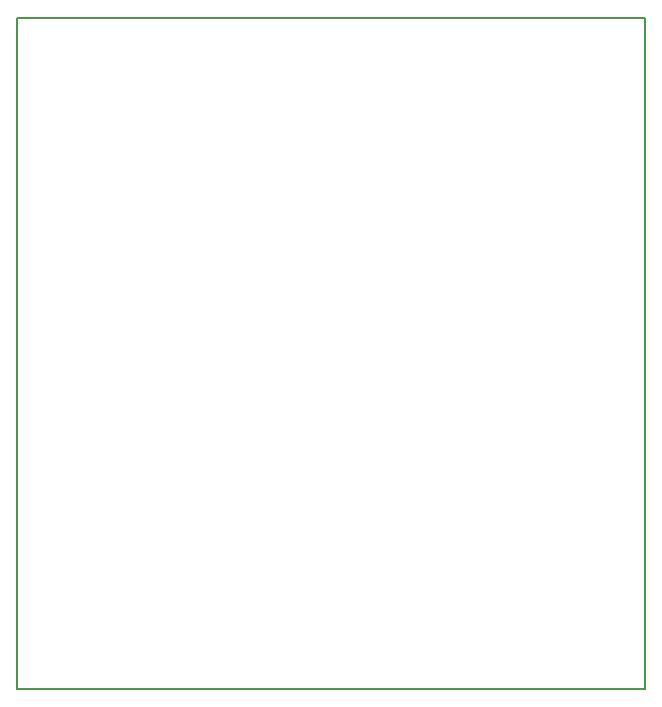
<source format=gm1>
G04 MADE WITH FRITZING*
G04 WWW.FRITZING.ORG*
G04 DOUBLE SIDED*
G04 HOLES PLATED*
G04 CONTOUR ON CENTER OF CONTOUR VECTOR*
%ASAXBY*%
%FSLAX23Y23*%
%MOIN*%
%OFA0B0*%
%SFA1.0B1.0*%
%ADD10R,2.102360X2.244090*%
%ADD11C,0.008000*%
%ADD10C,0.008*%
%LNCONTOUR*%
G90*
G70*
G54D10*
G54D11*
X4Y2240D02*
X2098Y2240D01*
X2098Y4D01*
X4Y4D01*
X4Y2240D01*
D02*
G04 End of contour*
M02*
</source>
